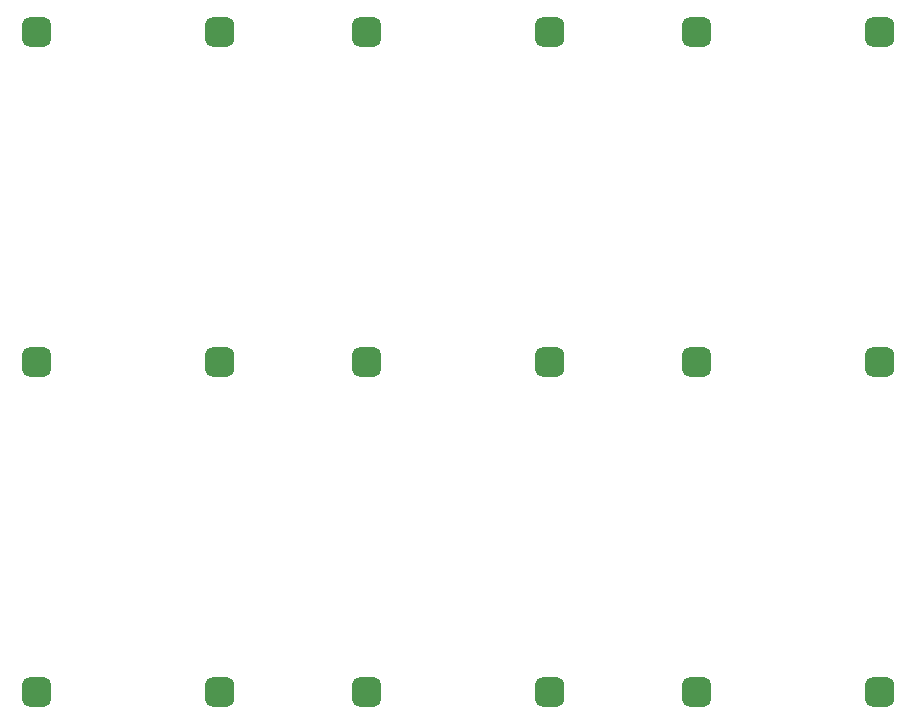
<source format=gbp>
G04 #@! TF.GenerationSoftware,KiCad,Pcbnew,6.0.2+dfsg-1*
G04 #@! TF.CreationDate,2024-01-21T16:33:43-07:00*
G04 #@! TF.ProjectId,ckt-dingdong-spk-array,636b742d-6469-46e6-9764-6f6e672d7370,rev?*
G04 #@! TF.SameCoordinates,Original*
G04 #@! TF.FileFunction,Paste,Bot*
G04 #@! TF.FilePolarity,Positive*
%FSLAX46Y46*%
G04 Gerber Fmt 4.6, Leading zero omitted, Abs format (unit mm)*
G04 Created by KiCad (PCBNEW 6.0.2+dfsg-1) date 2024-01-21 16:33:43*
%MOMM*%
%LPD*%
G01*
G04 APERTURE LIST*
G04 APERTURE END LIST*
G36*
G01*
X129560000Y-87785000D02*
X129560000Y-89035000D01*
G75*
G02*
X128935000Y-89660000I-625000J0D01*
G01*
X127685000Y-89660000D01*
G75*
G02*
X127060000Y-89035000I0J625000D01*
G01*
X127060000Y-87785000D01*
G75*
G02*
X127685000Y-87160000I625000J0D01*
G01*
X128935000Y-87160000D01*
G75*
G02*
X129560000Y-87785000I0J-625000D01*
G01*
G37*
G36*
G01*
X114060000Y-87785000D02*
X114060000Y-89035000D01*
G75*
G02*
X113435000Y-89660000I-625000J0D01*
G01*
X112185000Y-89660000D01*
G75*
G02*
X111560000Y-89035000I0J625000D01*
G01*
X111560000Y-87785000D01*
G75*
G02*
X112185000Y-87160000I625000J0D01*
G01*
X113435000Y-87160000D01*
G75*
G02*
X114060000Y-87785000I0J-625000D01*
G01*
G37*
G36*
G01*
X185440000Y-87785000D02*
X185440000Y-89035000D01*
G75*
G02*
X184815000Y-89660000I-625000J0D01*
G01*
X183565000Y-89660000D01*
G75*
G02*
X182940000Y-89035000I0J625000D01*
G01*
X182940000Y-87785000D01*
G75*
G02*
X183565000Y-87160000I625000J0D01*
G01*
X184815000Y-87160000D01*
G75*
G02*
X185440000Y-87785000I0J-625000D01*
G01*
G37*
G36*
G01*
X169940000Y-87785000D02*
X169940000Y-89035000D01*
G75*
G02*
X169315000Y-89660000I-625000J0D01*
G01*
X168065000Y-89660000D01*
G75*
G02*
X167440000Y-89035000I0J625000D01*
G01*
X167440000Y-87785000D01*
G75*
G02*
X168065000Y-87160000I625000J0D01*
G01*
X169315000Y-87160000D01*
G75*
G02*
X169940000Y-87785000I0J-625000D01*
G01*
G37*
G36*
G01*
X129560000Y-59845000D02*
X129560000Y-61095000D01*
G75*
G02*
X128935000Y-61720000I-625000J0D01*
G01*
X127685000Y-61720000D01*
G75*
G02*
X127060000Y-61095000I0J625000D01*
G01*
X127060000Y-59845000D01*
G75*
G02*
X127685000Y-59220000I625000J0D01*
G01*
X128935000Y-59220000D01*
G75*
G02*
X129560000Y-59845000I0J-625000D01*
G01*
G37*
G36*
G01*
X114060000Y-59845000D02*
X114060000Y-61095000D01*
G75*
G02*
X113435000Y-61720000I-625000J0D01*
G01*
X112185000Y-61720000D01*
G75*
G02*
X111560000Y-61095000I0J625000D01*
G01*
X111560000Y-59845000D01*
G75*
G02*
X112185000Y-59220000I625000J0D01*
G01*
X113435000Y-59220000D01*
G75*
G02*
X114060000Y-59845000I0J-625000D01*
G01*
G37*
G36*
G01*
X129560000Y-31905000D02*
X129560000Y-33155000D01*
G75*
G02*
X128935000Y-33780000I-625000J0D01*
G01*
X127685000Y-33780000D01*
G75*
G02*
X127060000Y-33155000I0J625000D01*
G01*
X127060000Y-31905000D01*
G75*
G02*
X127685000Y-31280000I625000J0D01*
G01*
X128935000Y-31280000D01*
G75*
G02*
X129560000Y-31905000I0J-625000D01*
G01*
G37*
G36*
G01*
X114060000Y-31905000D02*
X114060000Y-33155000D01*
G75*
G02*
X113435000Y-33780000I-625000J0D01*
G01*
X112185000Y-33780000D01*
G75*
G02*
X111560000Y-33155000I0J625000D01*
G01*
X111560000Y-31905000D01*
G75*
G02*
X112185000Y-31280000I625000J0D01*
G01*
X113435000Y-31280000D01*
G75*
G02*
X114060000Y-31905000I0J-625000D01*
G01*
G37*
G36*
G01*
X185440000Y-31905000D02*
X185440000Y-33155000D01*
G75*
G02*
X184815000Y-33780000I-625000J0D01*
G01*
X183565000Y-33780000D01*
G75*
G02*
X182940000Y-33155000I0J625000D01*
G01*
X182940000Y-31905000D01*
G75*
G02*
X183565000Y-31280000I625000J0D01*
G01*
X184815000Y-31280000D01*
G75*
G02*
X185440000Y-31905000I0J-625000D01*
G01*
G37*
G36*
G01*
X169940000Y-31905000D02*
X169940000Y-33155000D01*
G75*
G02*
X169315000Y-33780000I-625000J0D01*
G01*
X168065000Y-33780000D01*
G75*
G02*
X167440000Y-33155000I0J625000D01*
G01*
X167440000Y-31905000D01*
G75*
G02*
X168065000Y-31280000I625000J0D01*
G01*
X169315000Y-31280000D01*
G75*
G02*
X169940000Y-31905000I0J-625000D01*
G01*
G37*
G36*
G01*
X157500000Y-31905000D02*
X157500000Y-33155000D01*
G75*
G02*
X156875000Y-33780000I-625000J0D01*
G01*
X155625000Y-33780000D01*
G75*
G02*
X155000000Y-33155000I0J625000D01*
G01*
X155000000Y-31905000D01*
G75*
G02*
X155625000Y-31280000I625000J0D01*
G01*
X156875000Y-31280000D01*
G75*
G02*
X157500000Y-31905000I0J-625000D01*
G01*
G37*
G36*
G01*
X142000000Y-31905000D02*
X142000000Y-33155000D01*
G75*
G02*
X141375000Y-33780000I-625000J0D01*
G01*
X140125000Y-33780000D01*
G75*
G02*
X139500000Y-33155000I0J625000D01*
G01*
X139500000Y-31905000D01*
G75*
G02*
X140125000Y-31280000I625000J0D01*
G01*
X141375000Y-31280000D01*
G75*
G02*
X142000000Y-31905000I0J-625000D01*
G01*
G37*
G36*
G01*
X185440000Y-59845000D02*
X185440000Y-61095000D01*
G75*
G02*
X184815000Y-61720000I-625000J0D01*
G01*
X183565000Y-61720000D01*
G75*
G02*
X182940000Y-61095000I0J625000D01*
G01*
X182940000Y-59845000D01*
G75*
G02*
X183565000Y-59220000I625000J0D01*
G01*
X184815000Y-59220000D01*
G75*
G02*
X185440000Y-59845000I0J-625000D01*
G01*
G37*
G36*
G01*
X169940000Y-59845000D02*
X169940000Y-61095000D01*
G75*
G02*
X169315000Y-61720000I-625000J0D01*
G01*
X168065000Y-61720000D01*
G75*
G02*
X167440000Y-61095000I0J625000D01*
G01*
X167440000Y-59845000D01*
G75*
G02*
X168065000Y-59220000I625000J0D01*
G01*
X169315000Y-59220000D01*
G75*
G02*
X169940000Y-59845000I0J-625000D01*
G01*
G37*
G36*
G01*
X157500000Y-87785000D02*
X157500000Y-89035000D01*
G75*
G02*
X156875000Y-89660000I-625000J0D01*
G01*
X155625000Y-89660000D01*
G75*
G02*
X155000000Y-89035000I0J625000D01*
G01*
X155000000Y-87785000D01*
G75*
G02*
X155625000Y-87160000I625000J0D01*
G01*
X156875000Y-87160000D01*
G75*
G02*
X157500000Y-87785000I0J-625000D01*
G01*
G37*
G36*
G01*
X142000000Y-87785000D02*
X142000000Y-89035000D01*
G75*
G02*
X141375000Y-89660000I-625000J0D01*
G01*
X140125000Y-89660000D01*
G75*
G02*
X139500000Y-89035000I0J625000D01*
G01*
X139500000Y-87785000D01*
G75*
G02*
X140125000Y-87160000I625000J0D01*
G01*
X141375000Y-87160000D01*
G75*
G02*
X142000000Y-87785000I0J-625000D01*
G01*
G37*
G36*
G01*
X157500000Y-59845000D02*
X157500000Y-61095000D01*
G75*
G02*
X156875000Y-61720000I-625000J0D01*
G01*
X155625000Y-61720000D01*
G75*
G02*
X155000000Y-61095000I0J625000D01*
G01*
X155000000Y-59845000D01*
G75*
G02*
X155625000Y-59220000I625000J0D01*
G01*
X156875000Y-59220000D01*
G75*
G02*
X157500000Y-59845000I0J-625000D01*
G01*
G37*
G36*
G01*
X142000000Y-59845000D02*
X142000000Y-61095000D01*
G75*
G02*
X141375000Y-61720000I-625000J0D01*
G01*
X140125000Y-61720000D01*
G75*
G02*
X139500000Y-61095000I0J625000D01*
G01*
X139500000Y-59845000D01*
G75*
G02*
X140125000Y-59220000I625000J0D01*
G01*
X141375000Y-59220000D01*
G75*
G02*
X142000000Y-59845000I0J-625000D01*
G01*
G37*
M02*

</source>
